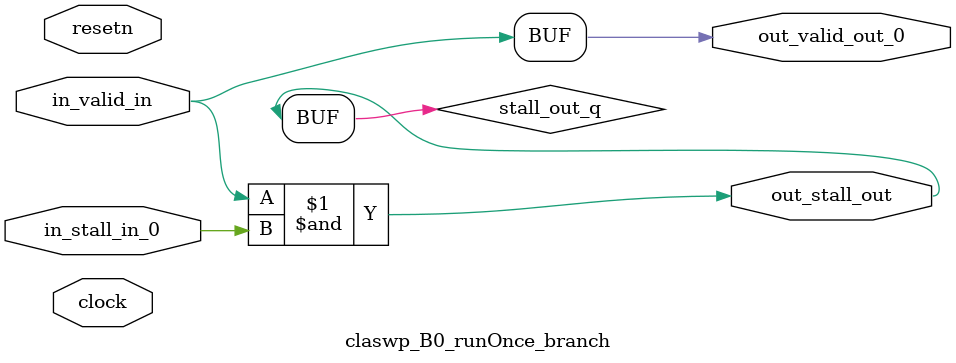
<source format=sv>



(* altera_attribute = "-name AUTO_SHIFT_REGISTER_RECOGNITION OFF; -name MESSAGE_DISABLE 10036; -name MESSAGE_DISABLE 10037; -name MESSAGE_DISABLE 14130; -name MESSAGE_DISABLE 14320; -name MESSAGE_DISABLE 15400; -name MESSAGE_DISABLE 14130; -name MESSAGE_DISABLE 10036; -name MESSAGE_DISABLE 12020; -name MESSAGE_DISABLE 12030; -name MESSAGE_DISABLE 12010; -name MESSAGE_DISABLE 12110; -name MESSAGE_DISABLE 14320; -name MESSAGE_DISABLE 13410; -name MESSAGE_DISABLE 113007; -name MESSAGE_DISABLE 10958" *)
module claswp_B0_runOnce_branch (
    input wire [0:0] in_stall_in_0,
    input wire [0:0] in_valid_in,
    output wire [0:0] out_stall_out,
    output wire [0:0] out_valid_out_0,
    input wire clock,
    input wire resetn
    );

    wire [0:0] stall_out_q;


    // stall_out(LOGICAL,6)
    assign stall_out_q = in_valid_in & in_stall_in_0;

    // out_stall_out(GPOUT,4)
    assign out_stall_out = stall_out_q;

    // out_valid_out_0(GPOUT,5)
    assign out_valid_out_0 = in_valid_in;

endmodule

</source>
